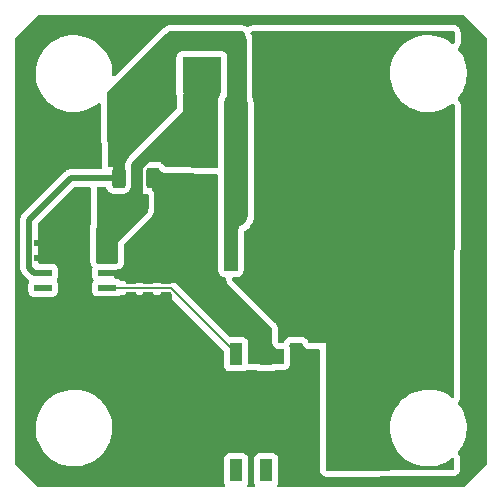
<source format=gtl>
G04 #@! TF.GenerationSoftware,KiCad,Pcbnew,7.0.8-7.0.8~ubuntu22.04.1*
G04 #@! TF.CreationDate,2023-11-02T22:02:32-07:00*
G04 #@! TF.ProjectId,Thorlabs 30 mm Cage Plate LED MCPCB,54686f72-6c61-4627-9320-3330206d6d20,rev?*
G04 #@! TF.SameCoordinates,Original*
G04 #@! TF.FileFunction,Copper,L1,Top*
G04 #@! TF.FilePolarity,Positive*
%FSLAX46Y46*%
G04 Gerber Fmt 4.6, Leading zero omitted, Abs format (unit mm)*
G04 Created by KiCad (PCBNEW 7.0.8-7.0.8~ubuntu22.04.1) date 2023-11-02 22:02:32*
%MOMM*%
%LPD*%
G01*
G04 APERTURE LIST*
G04 Aperture macros list*
%AMRoundRect*
0 Rectangle with rounded corners*
0 $1 Rounding radius*
0 $2 $3 $4 $5 $6 $7 $8 $9 X,Y pos of 4 corners*
0 Add a 4 corners polygon primitive as box body*
4,1,4,$2,$3,$4,$5,$6,$7,$8,$9,$2,$3,0*
0 Add four circle primitives for the rounded corners*
1,1,$1+$1,$2,$3*
1,1,$1+$1,$4,$5*
1,1,$1+$1,$6,$7*
1,1,$1+$1,$8,$9*
0 Add four rect primitives between the rounded corners*
20,1,$1+$1,$2,$3,$4,$5,0*
20,1,$1+$1,$4,$5,$6,$7,0*
20,1,$1+$1,$6,$7,$8,$9,0*
20,1,$1+$1,$8,$9,$2,$3,0*%
G04 Aperture macros list end*
G04 #@! TA.AperFunction,SMDPad,CuDef*
%ADD10RoundRect,0.250000X-0.312500X-0.625000X0.312500X-0.625000X0.312500X0.625000X-0.312500X0.625000X0*%
G04 #@! TD*
G04 #@! TA.AperFunction,SMDPad,CuDef*
%ADD11R,1.020000X1.905000*%
G04 #@! TD*
G04 #@! TA.AperFunction,SMDPad,CuDef*
%ADD12RoundRect,0.225000X0.250000X-0.225000X0.250000X0.225000X-0.250000X0.225000X-0.250000X-0.225000X0*%
G04 #@! TD*
G04 #@! TA.AperFunction,SMDPad,CuDef*
%ADD13R,0.482600X3.251200*%
G04 #@! TD*
G04 #@! TA.AperFunction,SMDPad,CuDef*
%ADD14R,1.295400X3.251200*%
G04 #@! TD*
G04 #@! TA.AperFunction,SMDPad,CuDef*
%ADD15R,1.498600X0.558800*%
G04 #@! TD*
G04 #@! TA.AperFunction,SMDPad,CuDef*
%ADD16R,2.413000X3.073400*%
G04 #@! TD*
G04 #@! TA.AperFunction,SMDPad,CuDef*
%ADD17R,3.302000X3.098800*%
G04 #@! TD*
G04 #@! TA.AperFunction,SMDPad,CuDef*
%ADD18RoundRect,0.250000X0.800000X-0.450000X0.800000X0.450000X-0.800000X0.450000X-0.800000X-0.450000X0*%
G04 #@! TD*
G04 #@! TA.AperFunction,Conductor*
%ADD19C,1.000000*%
G04 #@! TD*
G04 #@! TA.AperFunction,Conductor*
%ADD20C,0.500000*%
G04 #@! TD*
G04 #@! TA.AperFunction,Conductor*
%ADD21C,2.000000*%
G04 #@! TD*
G04 #@! TA.AperFunction,Conductor*
%ADD22C,1.500000*%
G04 #@! TD*
G04 #@! TA.AperFunction,Conductor*
%ADD23C,0.200000*%
G04 #@! TD*
G04 APERTURE END LIST*
D10*
X108777500Y-73824950D03*
X111702500Y-73824950D03*
D11*
X123820000Y-98562500D03*
X123820000Y-88737500D03*
X121280000Y-98562500D03*
X121280000Y-88737500D03*
X118740000Y-98562500D03*
X118740000Y-88737500D03*
X116200000Y-98562500D03*
X116200000Y-88737500D03*
D12*
X111300000Y-83910000D03*
X111300000Y-82360000D03*
X112770000Y-83920000D03*
X112770000Y-82370000D03*
D13*
X121384300Y-80000000D03*
D14*
X120000000Y-80000000D03*
D13*
X118615700Y-80000000D03*
D15*
X102394900Y-79320050D03*
X102394900Y-80590050D03*
X102394900Y-81860050D03*
X102394900Y-83130050D03*
X107805100Y-83130050D03*
X107805100Y-81860050D03*
X107805100Y-80590050D03*
X107805100Y-79320050D03*
D16*
X105100000Y-81225050D03*
D12*
X109830000Y-83910050D03*
X109830000Y-82360050D03*
D17*
X124028999Y-65150000D03*
X115831001Y-65150000D03*
D18*
X110335100Y-80300050D03*
X110335100Y-75900050D03*
D19*
X123820000Y-93700000D02*
X112280000Y-93700000D01*
X123820000Y-93700000D02*
X123820000Y-98562500D01*
X112280000Y-93700000D02*
X105100000Y-86520000D01*
D20*
X105100000Y-79634950D02*
X104785100Y-79320050D01*
X105100000Y-81225050D02*
X105100000Y-82761750D01*
X104465000Y-80590050D02*
X105100000Y-81225050D01*
X104785100Y-79320050D02*
X102394900Y-79320050D01*
D19*
X116200000Y-98562500D02*
X116200000Y-88737500D01*
X105100000Y-86520000D02*
X105100000Y-81225050D01*
D20*
X105100000Y-81225050D02*
X105100000Y-79634950D01*
X106423300Y-84085050D02*
X109830000Y-84085050D01*
X102394900Y-80590050D02*
X104465000Y-80590050D01*
D19*
X123820000Y-88737500D02*
X123820000Y-93700000D01*
D20*
X105100000Y-82761750D02*
X106423300Y-84085050D01*
D19*
X109830000Y-82185050D02*
X116715050Y-82185050D01*
X121280000Y-86750000D02*
X121280000Y-88737500D01*
X112265000Y-78370150D02*
X110335100Y-80300050D01*
D20*
X107805100Y-81860050D02*
X109505000Y-81860050D01*
X109505000Y-81860050D02*
X109830000Y-82185050D01*
X110335100Y-80300050D02*
X110335100Y-81679950D01*
D19*
X116715050Y-82185050D02*
X121280000Y-86750000D01*
X111702500Y-73824950D02*
X112265000Y-74387450D01*
D20*
X110335100Y-81679950D02*
X109830000Y-82185050D01*
D19*
X112265000Y-74387450D02*
X112265000Y-78370150D01*
X110335100Y-76790050D02*
X107805100Y-79320050D01*
X115831001Y-65150000D02*
X115831001Y-67288999D01*
X110335100Y-72784900D02*
X110335100Y-75900050D01*
X110335100Y-75900050D02*
X110335100Y-76790050D01*
X115831001Y-67288999D02*
X110335100Y-72784900D01*
X107805100Y-79320050D02*
X107805100Y-80590050D01*
D21*
X118710000Y-67550000D02*
X118700000Y-67540000D01*
D22*
X112770000Y-63050000D02*
X112770000Y-62990000D01*
X115560000Y-62200000D02*
X118860000Y-62200000D01*
X113360000Y-62400000D02*
X113560000Y-62200000D01*
D20*
X104770000Y-73824950D02*
X108777500Y-73824950D01*
D21*
X118710000Y-76970000D02*
X118730000Y-76990000D01*
D22*
X118860000Y-62200000D02*
X118860000Y-71500000D01*
D20*
X101195600Y-81410050D02*
X101195600Y-77399350D01*
X118615700Y-80000000D02*
X118615700Y-77765700D01*
D19*
X108777500Y-73824950D02*
X108777500Y-70492500D01*
D20*
X118615700Y-77765700D02*
X118610000Y-77760000D01*
D21*
X108777500Y-67042500D02*
X112770000Y-63050000D01*
X118710000Y-76970000D02*
X118710000Y-67550000D01*
D20*
X102394900Y-81860050D02*
X101645600Y-81860050D01*
X101645600Y-81860050D02*
X101195600Y-81410050D01*
D22*
X112770000Y-62990000D02*
X113360000Y-62400000D01*
D20*
X101195600Y-77399350D02*
X104770000Y-73824950D01*
D21*
X108777500Y-70492500D02*
X108777500Y-67042500D01*
D22*
X113560000Y-62200000D02*
X115560000Y-62200000D01*
D23*
X118257462Y-88190000D02*
X113197512Y-83130050D01*
X118660000Y-88657500D02*
X118660000Y-88190000D01*
X113197512Y-83130050D02*
X107805100Y-83130050D01*
X118740000Y-88737500D02*
X118660000Y-88657500D01*
X118660000Y-88190000D02*
X118257462Y-88190000D01*
D21*
X121384300Y-65284300D02*
X121384300Y-80000000D01*
D19*
X120000000Y-80000000D02*
X121080000Y-78920000D01*
D21*
X121250000Y-65150000D02*
X121384300Y-65284300D01*
X124028999Y-65150000D02*
X121250000Y-65150000D01*
D20*
X121384300Y-80000000D02*
X121384300Y-77575700D01*
X121384300Y-77575700D02*
X121400000Y-77560000D01*
G04 #@! TA.AperFunction,Conductor*
G36*
X138015469Y-60020185D02*
G01*
X138036111Y-60036819D01*
X139963181Y-61963888D01*
X139996666Y-62025211D01*
X139999500Y-62051569D01*
X139999500Y-97948430D01*
X139979815Y-98015469D01*
X139963181Y-98036111D01*
X138036111Y-99963181D01*
X137974788Y-99996666D01*
X137948430Y-99999500D01*
X122300231Y-99999500D01*
X122233192Y-99979815D01*
X122187437Y-99927011D01*
X122177493Y-99857853D01*
X122200964Y-99801189D01*
X122204434Y-99796552D01*
X122233796Y-99757331D01*
X122284091Y-99622483D01*
X122290500Y-99562873D01*
X122290499Y-97562128D01*
X122284091Y-97502517D01*
X122263278Y-97446715D01*
X122233797Y-97367671D01*
X122233793Y-97367664D01*
X122147547Y-97252455D01*
X122147544Y-97252452D01*
X122032335Y-97166206D01*
X122032328Y-97166202D01*
X121897482Y-97115908D01*
X121897483Y-97115908D01*
X121837883Y-97109501D01*
X121837881Y-97109500D01*
X121837873Y-97109500D01*
X121837864Y-97109500D01*
X120722129Y-97109500D01*
X120722123Y-97109501D01*
X120662516Y-97115908D01*
X120527671Y-97166202D01*
X120527664Y-97166206D01*
X120412455Y-97252452D01*
X120412452Y-97252455D01*
X120326206Y-97367664D01*
X120326202Y-97367671D01*
X120275908Y-97502517D01*
X120269501Y-97562116D01*
X120269501Y-97562123D01*
X120269500Y-97562135D01*
X120269500Y-99562870D01*
X120269501Y-99562876D01*
X120275908Y-99622483D01*
X120326202Y-99757328D01*
X120326204Y-99757331D01*
X120359036Y-99801189D01*
X120383453Y-99866653D01*
X120368601Y-99934926D01*
X120319196Y-99984332D01*
X120259769Y-99999500D01*
X119760231Y-99999500D01*
X119693192Y-99979815D01*
X119647437Y-99927011D01*
X119637493Y-99857853D01*
X119660964Y-99801189D01*
X119664434Y-99796552D01*
X119693796Y-99757331D01*
X119744091Y-99622483D01*
X119750500Y-99562873D01*
X119750499Y-97562128D01*
X119744091Y-97502517D01*
X119723278Y-97446715D01*
X119693797Y-97367671D01*
X119693793Y-97367664D01*
X119607547Y-97252455D01*
X119607544Y-97252452D01*
X119492335Y-97166206D01*
X119492328Y-97166202D01*
X119357482Y-97115908D01*
X119357483Y-97115908D01*
X119297883Y-97109501D01*
X119297881Y-97109500D01*
X119297873Y-97109500D01*
X119297864Y-97109500D01*
X118182129Y-97109500D01*
X118182123Y-97109501D01*
X118122516Y-97115908D01*
X117987671Y-97166202D01*
X117987664Y-97166206D01*
X117872455Y-97252452D01*
X117872452Y-97252455D01*
X117786206Y-97367664D01*
X117786202Y-97367671D01*
X117735908Y-97502517D01*
X117729501Y-97562116D01*
X117729501Y-97562123D01*
X117729500Y-97562135D01*
X117729500Y-99562870D01*
X117729501Y-99562876D01*
X117735908Y-99622483D01*
X117786202Y-99757328D01*
X117786204Y-99757331D01*
X117819036Y-99801189D01*
X117843453Y-99866653D01*
X117828601Y-99934926D01*
X117779196Y-99984332D01*
X117719769Y-99999500D01*
X102051569Y-99999500D01*
X101984530Y-99979815D01*
X101963888Y-99963181D01*
X100036819Y-98036111D01*
X100003334Y-97974788D01*
X100000500Y-97948430D01*
X100000500Y-94910291D01*
X101745792Y-94910291D01*
X101755675Y-95268822D01*
X101755675Y-95268827D01*
X101755676Y-95268832D01*
X101804941Y-95624103D01*
X101804942Y-95624107D01*
X101892989Y-95971799D01*
X101892989Y-95971801D01*
X102018751Y-96307695D01*
X102018752Y-96307698D01*
X102169841Y-96606256D01*
X102180704Y-96627721D01*
X102376878Y-96927988D01*
X102531642Y-97115908D01*
X102604894Y-97204853D01*
X102604899Y-97204858D01*
X102861985Y-97454955D01*
X102861990Y-97454959D01*
X103145011Y-97675243D01*
X103145014Y-97675245D01*
X103145022Y-97675251D01*
X103450580Y-97863077D01*
X103774946Y-98016149D01*
X103774948Y-98016149D01*
X103774953Y-98016152D01*
X103774952Y-98016152D01*
X104114168Y-98132604D01*
X104114183Y-98132609D01*
X104464172Y-98211043D01*
X104820665Y-98250500D01*
X105089598Y-98250500D01*
X105127731Y-98248396D01*
X105358125Y-98235685D01*
X105711904Y-98176650D01*
X106057041Y-98079054D01*
X106389346Y-97944083D01*
X106704787Y-97773375D01*
X106999534Y-97569002D01*
X107270010Y-97333445D01*
X107512931Y-97069562D01*
X107725348Y-96780559D01*
X107904683Y-96469941D01*
X108048759Y-96141481D01*
X108155827Y-95799164D01*
X108224588Y-95447147D01*
X108254207Y-95089702D01*
X108244324Y-94731168D01*
X108195059Y-94375897D01*
X108107011Y-94028202D01*
X108043480Y-93858519D01*
X107981248Y-93692304D01*
X107981247Y-93692301D01*
X107899142Y-93530058D01*
X107819296Y-93372279D01*
X107623122Y-93072012D01*
X107395107Y-92795148D01*
X107262920Y-92666555D01*
X107138014Y-92545044D01*
X107138009Y-92545040D01*
X106854988Y-92324756D01*
X106854985Y-92324754D01*
X106854982Y-92324752D01*
X106854978Y-92324749D01*
X106549420Y-92136923D01*
X106549419Y-92136922D01*
X106549415Y-92136920D01*
X106225046Y-91983847D01*
X106225047Y-91983847D01*
X105885831Y-91867395D01*
X105885820Y-91867392D01*
X105885817Y-91867391D01*
X105535828Y-91788957D01*
X105535824Y-91788956D01*
X105179335Y-91749500D01*
X104910405Y-91749500D01*
X104910402Y-91749500D01*
X104641874Y-91764315D01*
X104288094Y-91823350D01*
X104288090Y-91823351D01*
X103942960Y-91920945D01*
X103942957Y-91920946D01*
X103610661Y-92055913D01*
X103610648Y-92055919D01*
X103295220Y-92226620D01*
X103295219Y-92226621D01*
X103000460Y-92431002D01*
X102729996Y-92666548D01*
X102729992Y-92666551D01*
X102487067Y-92930440D01*
X102274652Y-93219441D01*
X102274651Y-93219442D01*
X102095317Y-93530058D01*
X101951240Y-93858520D01*
X101951239Y-93858521D01*
X101844173Y-94200832D01*
X101775412Y-94552849D01*
X101775410Y-94552863D01*
X101745793Y-94910287D01*
X101745792Y-94910291D01*
X100000500Y-94910291D01*
X100000500Y-85987492D01*
X100002346Y-83516933D01*
X100003937Y-81388075D01*
X100440310Y-81388075D01*
X100444864Y-81440114D01*
X100445100Y-81445520D01*
X100445100Y-81453759D01*
X100448906Y-81486324D01*
X100455600Y-81562841D01*
X100457061Y-81569917D01*
X100457003Y-81569928D01*
X100458634Y-81577287D01*
X100458692Y-81577274D01*
X100460357Y-81584300D01*
X100486625Y-81656474D01*
X100510785Y-81729381D01*
X100513836Y-81735924D01*
X100513782Y-81735948D01*
X100517070Y-81742738D01*
X100517121Y-81742713D01*
X100520361Y-81749163D01*
X100520362Y-81749164D01*
X100520363Y-81749167D01*
X100562565Y-81813333D01*
X100602887Y-81878705D01*
X100607366Y-81884369D01*
X100607319Y-81884406D01*
X100612082Y-81890252D01*
X100612128Y-81890214D01*
X100616773Y-81895750D01*
X100672620Y-81948438D01*
X101069867Y-82345684D01*
X101081649Y-82359317D01*
X101095989Y-82378579D01*
X101136006Y-82412158D01*
X101139992Y-82415810D01*
X101145820Y-82421637D01*
X101145827Y-82421644D01*
X101163510Y-82435625D01*
X101171544Y-82441977D01*
X101176777Y-82446368D01*
X101215485Y-82504533D01*
X101216601Y-82574394D01*
X101205915Y-82600789D01*
X101201803Y-82608318D01*
X101151510Y-82743163D01*
X101151509Y-82743167D01*
X101145100Y-82802777D01*
X101145100Y-82802784D01*
X101145100Y-82802785D01*
X101145100Y-83457320D01*
X101145101Y-83457326D01*
X101151508Y-83516933D01*
X101201802Y-83651778D01*
X101201806Y-83651785D01*
X101288052Y-83766994D01*
X101288055Y-83766997D01*
X101403264Y-83853243D01*
X101403271Y-83853247D01*
X101538117Y-83903541D01*
X101538116Y-83903541D01*
X101545044Y-83904285D01*
X101597727Y-83909950D01*
X103192072Y-83909949D01*
X103251683Y-83903541D01*
X103386531Y-83853246D01*
X103501746Y-83766996D01*
X103587996Y-83651781D01*
X103638291Y-83516933D01*
X103644700Y-83457323D01*
X103644699Y-82802778D01*
X103638291Y-82743167D01*
X103587996Y-82608319D01*
X103558829Y-82569357D01*
X103534413Y-82503898D01*
X103549264Y-82435625D01*
X103558821Y-82420752D01*
X103587996Y-82381781D01*
X103638291Y-82246933D01*
X103644700Y-82187323D01*
X103644699Y-81532778D01*
X103638291Y-81473167D01*
X103638289Y-81473162D01*
X103587997Y-81338321D01*
X103587993Y-81338314D01*
X103501747Y-81223105D01*
X103501744Y-81223102D01*
X103386535Y-81136856D01*
X103386528Y-81136852D01*
X103251682Y-81086558D01*
X103251683Y-81086558D01*
X103192083Y-81080151D01*
X103192081Y-81080150D01*
X103192073Y-81080150D01*
X103192065Y-81080150D01*
X102070100Y-81080150D01*
X102003061Y-81060465D01*
X101957306Y-81007661D01*
X101946100Y-80956150D01*
X101946100Y-77761580D01*
X101965785Y-77694541D01*
X101982419Y-77673899D01*
X105044549Y-74611769D01*
X105105872Y-74578284D01*
X105132230Y-74575450D01*
X106279371Y-74575450D01*
X106346410Y-74595135D01*
X106392165Y-74647939D01*
X106403371Y-74699623D01*
X106394671Y-80945814D01*
X106405856Y-81052263D01*
X106405858Y-81052274D01*
X106416781Y-81103329D01*
X106450127Y-81205028D01*
X106450128Y-81205031D01*
X106450129Y-81205032D01*
X106527249Y-81326497D01*
X106541800Y-81343478D01*
X106570474Y-81407192D01*
X106563826Y-81467489D01*
X106561710Y-81473162D01*
X106561709Y-81473165D01*
X106561709Y-81473167D01*
X106555300Y-81532777D01*
X106555300Y-81532784D01*
X106555300Y-81532785D01*
X106555300Y-82187320D01*
X106555301Y-82187326D01*
X106561708Y-82246933D01*
X106612002Y-82381778D01*
X106612003Y-82381780D01*
X106641168Y-82420740D01*
X106665584Y-82486205D01*
X106650732Y-82554478D01*
X106641168Y-82569360D01*
X106612003Y-82608319D01*
X106612002Y-82608321D01*
X106561710Y-82743163D01*
X106561709Y-82743167D01*
X106555300Y-82802777D01*
X106555300Y-82802784D01*
X106555300Y-82802785D01*
X106555300Y-83457320D01*
X106555301Y-83457326D01*
X106561708Y-83516933D01*
X106612002Y-83651778D01*
X106612006Y-83651785D01*
X106698252Y-83766994D01*
X106698255Y-83766997D01*
X106813464Y-83853243D01*
X106813471Y-83853247D01*
X106948317Y-83903541D01*
X106948316Y-83903541D01*
X106955244Y-83904285D01*
X107007927Y-83909950D01*
X108602272Y-83909949D01*
X108661883Y-83903541D01*
X108796731Y-83853246D01*
X108911946Y-83766996D01*
X108911947Y-83766994D01*
X108911949Y-83766993D01*
X108912074Y-83766869D01*
X108912228Y-83766784D01*
X108919046Y-83761681D01*
X108919779Y-83762661D01*
X108973397Y-83733384D01*
X108999755Y-83730550D01*
X112897415Y-83730550D01*
X112964454Y-83750235D01*
X112985096Y-83766869D01*
X117693181Y-88474954D01*
X117726666Y-88536277D01*
X117729500Y-88562635D01*
X117729500Y-89737870D01*
X117729501Y-89737876D01*
X117735908Y-89797483D01*
X117786202Y-89932328D01*
X117786206Y-89932335D01*
X117872452Y-90047544D01*
X117872455Y-90047547D01*
X117987664Y-90133793D01*
X117987671Y-90133797D01*
X118122517Y-90184091D01*
X118122516Y-90184091D01*
X118129444Y-90184835D01*
X118182127Y-90190500D01*
X119297872Y-90190499D01*
X119357483Y-90184091D01*
X119492331Y-90133796D01*
X119578599Y-90069215D01*
X119644063Y-90044798D01*
X119688445Y-90049683D01*
X119729000Y-90061815D01*
X119871309Y-90083013D01*
X120422920Y-90085807D01*
X120489857Y-90105830D01*
X120496598Y-90110536D01*
X120527666Y-90133794D01*
X120527668Y-90133795D01*
X120527671Y-90133797D01*
X120662517Y-90184091D01*
X120662516Y-90184091D01*
X120669444Y-90184835D01*
X120722127Y-90190500D01*
X121837872Y-90190499D01*
X121897483Y-90184091D01*
X122032331Y-90133796D01*
X122051861Y-90119174D01*
X122117319Y-90094756D01*
X122126777Y-90094441D01*
X122682310Y-90097258D01*
X122791073Y-90085982D01*
X122843212Y-90074778D01*
X122947004Y-90040379D01*
X123068043Y-89962591D01*
X123120847Y-89916836D01*
X123215067Y-89808102D01*
X123274838Y-89677225D01*
X123294523Y-89610186D01*
X123294524Y-89610182D01*
X123315000Y-89467766D01*
X123315000Y-88439500D01*
X123303447Y-88332044D01*
X123292241Y-88280533D01*
X123270618Y-88215566D01*
X123258114Y-88177997D01*
X123258113Y-88177995D01*
X123229211Y-88133024D01*
X123209525Y-88065985D01*
X123226884Y-88002709D01*
X123253854Y-87957253D01*
X123253858Y-87957247D01*
X123280594Y-87892699D01*
X123282985Y-87883332D01*
X123318639Y-87823244D01*
X123381119Y-87791970D01*
X123403133Y-87790000D01*
X124233037Y-87790000D01*
X124300076Y-87809685D01*
X124345831Y-87862489D01*
X124349601Y-87871705D01*
X124377103Y-87947499D01*
X124377107Y-87947508D01*
X124454884Y-88068531D01*
X124454897Y-88068548D01*
X124500641Y-88121340D01*
X124500644Y-88121343D01*
X124500648Y-88121347D01*
X124609382Y-88215567D01*
X124740259Y-88275338D01*
X124785075Y-88288497D01*
X124807293Y-88295022D01*
X124807298Y-88295023D01*
X124807302Y-88295024D01*
X124949718Y-88315500D01*
X125690500Y-88315500D01*
X125757539Y-88335185D01*
X125803294Y-88387989D01*
X125814500Y-88439500D01*
X125814500Y-98495314D01*
X125826349Y-98604122D01*
X125837840Y-98656255D01*
X125872837Y-98759971D01*
X125872839Y-98759976D01*
X125951282Y-98880569D01*
X125951289Y-98880579D01*
X125951294Y-98880584D01*
X125951295Y-98880586D01*
X125997327Y-98933123D01*
X125997330Y-98933125D01*
X125997334Y-98933130D01*
X126106589Y-99026751D01*
X126106590Y-99026751D01*
X126106592Y-99026753D01*
X126106591Y-99026753D01*
X126237778Y-99085792D01*
X126237794Y-99085799D01*
X126304941Y-99105114D01*
X126304942Y-99105114D01*
X126305039Y-99105127D01*
X126308999Y-99105686D01*
X126309166Y-99105697D01*
X126447468Y-99124805D01*
X126447471Y-99124804D01*
X126447472Y-99124805D01*
X126447473Y-99124805D01*
X135315856Y-99075943D01*
X137089534Y-99066171D01*
X137195427Y-99054358D01*
X137246195Y-99043182D01*
X137347267Y-99009433D01*
X137468348Y-98931709D01*
X137521176Y-98885982D01*
X137615449Y-98777302D01*
X137675291Y-98646457D01*
X137687747Y-98604122D01*
X137695011Y-98579435D01*
X137695012Y-98579427D01*
X137695013Y-98579424D01*
X137715566Y-98437019D01*
X137715984Y-97657657D01*
X137715982Y-97656063D01*
X137695133Y-97513702D01*
X137675273Y-97446714D01*
X137615166Y-97316000D01*
X137526698Y-97214436D01*
X137497509Y-97150958D01*
X137507273Y-97081774D01*
X137520286Y-97059555D01*
X137725348Y-96780559D01*
X137904683Y-96469941D01*
X138048759Y-96141481D01*
X138155827Y-95799164D01*
X138224588Y-95447147D01*
X138254207Y-95089702D01*
X138244324Y-94731168D01*
X138195059Y-94375897D01*
X138107011Y-94028202D01*
X138043480Y-93858519D01*
X137981248Y-93692304D01*
X137981247Y-93692301D01*
X137899142Y-93530058D01*
X137819296Y-93372279D01*
X137623122Y-93072012D01*
X137623118Y-93072007D01*
X137623116Y-93072004D01*
X137526496Y-92954684D01*
X137499073Y-92890421D01*
X137510746Y-92821534D01*
X137528545Y-92794602D01*
X137618722Y-92690646D01*
X137678563Y-92559800D01*
X137698284Y-92492771D01*
X137698285Y-92492769D01*
X137718838Y-92350364D01*
X137732121Y-67643615D01*
X137732119Y-67642064D01*
X137711283Y-67499700D01*
X137711282Y-67499699D01*
X137711281Y-67499691D01*
X137691430Y-67432713D01*
X137631333Y-67301992D01*
X137631331Y-67301990D01*
X137539681Y-67196757D01*
X137510497Y-67133275D01*
X137520266Y-67064092D01*
X137533271Y-67041887D01*
X137725348Y-66780559D01*
X137904683Y-66469941D01*
X138048759Y-66141481D01*
X138155827Y-65799164D01*
X138224588Y-65447147D01*
X138254207Y-65089702D01*
X138244324Y-64731168D01*
X138195059Y-64375897D01*
X138107011Y-64028202D01*
X138043480Y-63858519D01*
X137981248Y-63692304D01*
X137981247Y-63692301D01*
X137899142Y-63530058D01*
X137819296Y-63372279D01*
X137623122Y-63072012D01*
X137539647Y-62970654D01*
X137512226Y-62906394D01*
X137523898Y-62837506D01*
X137541698Y-62810574D01*
X137555085Y-62795141D01*
X137634844Y-62703195D01*
X137694685Y-62572349D01*
X137714406Y-62505320D01*
X137714407Y-62505318D01*
X137734960Y-62362913D01*
X137735433Y-61484763D01*
X137723726Y-61376332D01*
X137712344Y-61324368D01*
X137677649Y-61220964D01*
X137599448Y-61100191D01*
X137599444Y-61100186D01*
X137565305Y-61061058D01*
X137560401Y-61053471D01*
X137553513Y-61047543D01*
X137444454Y-60953694D01*
X137313372Y-60894372D01*
X137313369Y-60894371D01*
X137246268Y-60874917D01*
X137246261Y-60874916D01*
X137103788Y-60854928D01*
X137103783Y-60854928D01*
X128585316Y-60884034D01*
X120066845Y-60913141D01*
X120066846Y-60913141D01*
X119990686Y-60919175D01*
X119962719Y-60923536D01*
X119953769Y-60924932D01*
X119953770Y-60924932D01*
X119953764Y-60924933D01*
X119926502Y-60931326D01*
X119879378Y-60942377D01*
X119749237Y-61005048D01*
X119680295Y-61016399D01*
X119643925Y-61006121D01*
X119583210Y-60978393D01*
X119531251Y-60954663D01*
X119527954Y-60953695D01*
X119517656Y-60950671D01*
X119464214Y-60934978D01*
X119464208Y-60934976D01*
X119378755Y-60922690D01*
X119321789Y-60914500D01*
X113017796Y-60914500D01*
X113017787Y-60914500D01*
X112991134Y-60915909D01*
X112991133Y-60915909D01*
X112991124Y-60915909D01*
X112991123Y-60915910D01*
X112982397Y-60916835D01*
X112951833Y-60920077D01*
X112951834Y-60920077D01*
X112899138Y-60928497D01*
X112899131Y-60928499D01*
X112764183Y-60978386D01*
X112764167Y-60978393D01*
X112702755Y-61011696D01*
X112587320Y-61097586D01*
X108464492Y-65196536D01*
X108403072Y-65229842D01*
X108333395Y-65224655D01*
X108277583Y-65182622D01*
X108253357Y-65117087D01*
X108253490Y-65098357D01*
X108254207Y-65089702D01*
X108249262Y-64910298D01*
X108244324Y-64731168D01*
X108195059Y-64375897D01*
X108107011Y-64028202D01*
X108043480Y-63858519D01*
X107981248Y-63692304D01*
X107981247Y-63692301D01*
X107899142Y-63530058D01*
X107819296Y-63372279D01*
X107623122Y-63072012D01*
X107395107Y-62795148D01*
X107300584Y-62703195D01*
X107138014Y-62545044D01*
X107138009Y-62545040D01*
X106854988Y-62324756D01*
X106854985Y-62324754D01*
X106854982Y-62324752D01*
X106854978Y-62324749D01*
X106549420Y-62136923D01*
X106549419Y-62136922D01*
X106549415Y-62136920D01*
X106225046Y-61983847D01*
X106225047Y-61983847D01*
X105885831Y-61867395D01*
X105885820Y-61867392D01*
X105885817Y-61867391D01*
X105535828Y-61788957D01*
X105535824Y-61788956D01*
X105179335Y-61749500D01*
X104910405Y-61749500D01*
X104910402Y-61749500D01*
X104641874Y-61764315D01*
X104288094Y-61823350D01*
X104288090Y-61823351D01*
X103942960Y-61920945D01*
X103942957Y-61920946D01*
X103610661Y-62055913D01*
X103610648Y-62055919D01*
X103295220Y-62226620D01*
X103295219Y-62226621D01*
X103000460Y-62431002D01*
X102729996Y-62666548D01*
X102729992Y-62666551D01*
X102487067Y-62930440D01*
X102274652Y-63219441D01*
X102274651Y-63219442D01*
X102095317Y-63530058D01*
X101951240Y-63858520D01*
X101951239Y-63858521D01*
X101844173Y-64200832D01*
X101775412Y-64552849D01*
X101775410Y-64552863D01*
X101745793Y-64910287D01*
X101745792Y-64910291D01*
X101755675Y-65268822D01*
X101755675Y-65268827D01*
X101755676Y-65268832D01*
X101804941Y-65624103D01*
X101804942Y-65624107D01*
X101892989Y-65971799D01*
X101892989Y-65971801D01*
X102018751Y-66307695D01*
X102018752Y-66307698D01*
X102169841Y-66606256D01*
X102180704Y-66627721D01*
X102376878Y-66927988D01*
X102598227Y-67196758D01*
X102604894Y-67204853D01*
X102604899Y-67204858D01*
X102861985Y-67454955D01*
X102861990Y-67454959D01*
X103145011Y-67675243D01*
X103145014Y-67675245D01*
X103145022Y-67675251D01*
X103450580Y-67863077D01*
X103774946Y-68016149D01*
X103774948Y-68016149D01*
X103774953Y-68016152D01*
X103774952Y-68016152D01*
X104114168Y-68132604D01*
X104114183Y-68132609D01*
X104464172Y-68211043D01*
X104820665Y-68250500D01*
X105089598Y-68250500D01*
X105127731Y-68248396D01*
X105358125Y-68235685D01*
X105711904Y-68176650D01*
X106057041Y-68079054D01*
X106389346Y-67944083D01*
X106704787Y-67773375D01*
X106999534Y-67569002D01*
X107071564Y-67506270D01*
X107135045Y-67477088D01*
X107204228Y-67486858D01*
X107257147Y-67532480D01*
X107277000Y-67599470D01*
X107277000Y-70554565D01*
X107292391Y-70740317D01*
X107339243Y-70925333D01*
X107343029Y-70954400D01*
X107363051Y-72762129D01*
X107363052Y-72762132D01*
X107380278Y-72887485D01*
X107380279Y-72887492D01*
X107388550Y-72918324D01*
X107386906Y-72988175D01*
X107347759Y-73046048D01*
X107283538Y-73073569D01*
X107268784Y-73074450D01*
X104833705Y-73074450D01*
X104815735Y-73073141D01*
X104791972Y-73069660D01*
X104747306Y-73073569D01*
X104739931Y-73074214D01*
X104734530Y-73074450D01*
X104726289Y-73074450D01*
X104704579Y-73076987D01*
X104693724Y-73078256D01*
X104678419Y-73079595D01*
X104617199Y-73084951D01*
X104610132Y-73086410D01*
X104610120Y-73086354D01*
X104602763Y-73087985D01*
X104602777Y-73088042D01*
X104595743Y-73089709D01*
X104523575Y-73115975D01*
X104450675Y-73140131D01*
X104444126Y-73143186D01*
X104444101Y-73143133D01*
X104437308Y-73146421D01*
X104437334Y-73146473D01*
X104430880Y-73149714D01*
X104366708Y-73191921D01*
X104301347Y-73232235D01*
X104295683Y-73236715D01*
X104295647Y-73236669D01*
X104289798Y-73241434D01*
X104289835Y-73241478D01*
X104284310Y-73246114D01*
X104231597Y-73301985D01*
X100709958Y-76823622D01*
X100696329Y-76835401D01*
X100677068Y-76849740D01*
X100643498Y-76889747D01*
X100639853Y-76893726D01*
X100634009Y-76899572D01*
X100613659Y-76925309D01*
X100564295Y-76984139D01*
X100560329Y-76990169D01*
X100560282Y-76990138D01*
X100556230Y-76996497D01*
X100556279Y-76996527D01*
X100552489Y-77002671D01*
X100520024Y-77072291D01*
X100485560Y-77140916D01*
X100483088Y-77147707D01*
X100483032Y-77147686D01*
X100480560Y-77154800D01*
X100480615Y-77154819D01*
X100478342Y-77161677D01*
X100470575Y-77199296D01*
X100462807Y-77236915D01*
X100449601Y-77292634D01*
X100445098Y-77311636D01*
X100444261Y-77318804D01*
X100444201Y-77318797D01*
X100443435Y-77326295D01*
X100443495Y-77326301D01*
X100442865Y-77333490D01*
X100445100Y-77410266D01*
X100445100Y-81346344D01*
X100443791Y-81364313D01*
X100440310Y-81388075D01*
X100003937Y-81388075D01*
X100018398Y-62033573D01*
X100038132Y-61966553D01*
X100054707Y-61945999D01*
X101963888Y-60036819D01*
X102025211Y-60003334D01*
X102051569Y-60000500D01*
X137948430Y-60000500D01*
X138015469Y-60020185D01*
G37*
G04 #@! TD.AperFunction*
G04 #@! TA.AperFunction,Conductor*
G36*
X118878884Y-76957183D02*
G01*
X118945447Y-76978420D01*
X118989962Y-77032274D01*
X119000000Y-77081149D01*
X119000000Y-77968574D01*
X118980315Y-78035613D01*
X118975267Y-78042885D01*
X118908504Y-78132068D01*
X118908502Y-78132071D01*
X118858208Y-78266917D01*
X118851801Y-78326516D01*
X118851800Y-78326535D01*
X118851800Y-81617499D01*
X118832115Y-81684538D01*
X118779311Y-81730293D01*
X118723957Y-81741439D01*
X117830157Y-81713725D01*
X117763760Y-81691973D01*
X117719663Y-81637776D01*
X117710000Y-81589785D01*
X117710000Y-77056916D01*
X117729685Y-76989877D01*
X117782489Y-76944122D01*
X117836879Y-76932950D01*
X118878884Y-76957183D01*
G37*
G04 #@! TD.AperFunction*
G04 #@! TA.AperFunction,Conductor*
G36*
X117335398Y-66663938D02*
G01*
X117381418Y-66716511D01*
X117391710Y-66785618D01*
X117380286Y-66823050D01*
X117297355Y-66992689D01*
X117226401Y-67231018D01*
X117195643Y-67477779D01*
X117205919Y-67726236D01*
X117206861Y-67730729D01*
X117209500Y-67756175D01*
X117209500Y-72843508D01*
X117189815Y-72910547D01*
X117137011Y-72956302D01*
X117084443Y-72967503D01*
X112799022Y-72930965D01*
X112732153Y-72910710D01*
X112694540Y-72872066D01*
X112676925Y-72843508D01*
X112607712Y-72731294D01*
X112483656Y-72607238D01*
X112349383Y-72524418D01*
X112334336Y-72515137D01*
X112334331Y-72515135D01*
X112332862Y-72514648D01*
X112167797Y-72459951D01*
X112167795Y-72459950D01*
X112065010Y-72449450D01*
X111339998Y-72449450D01*
X111339980Y-72449451D01*
X111237203Y-72459950D01*
X111237200Y-72459951D01*
X111070668Y-72515135D01*
X111070659Y-72515140D01*
X110964620Y-72580544D01*
X110897227Y-72598984D01*
X110830564Y-72578061D01*
X110785795Y-72524418D01*
X110777134Y-72455087D01*
X110807329Y-72392083D01*
X114220000Y-68610000D01*
X114210635Y-66784005D01*
X114229975Y-66716869D01*
X114282544Y-66670844D01*
X114334006Y-66659375D01*
X117268263Y-66644593D01*
X117335398Y-66663938D01*
G37*
G04 #@! TD.AperFunction*
G04 #@! TA.AperFunction,Conductor*
G36*
X112042379Y-72955268D02*
G01*
X112047803Y-72955822D01*
X112074234Y-72961476D01*
X112105491Y-72971834D01*
X112131575Y-72983998D01*
X112155661Y-72998854D01*
X112178243Y-73016709D01*
X112198239Y-73036705D01*
X112216097Y-73059290D01*
X112264296Y-73137435D01*
X112264299Y-73137438D01*
X112332298Y-73224644D01*
X112353201Y-73246120D01*
X112369914Y-73263291D01*
X112392418Y-73281838D01*
X112455245Y-73333619D01*
X112585609Y-73394503D01*
X112652478Y-73414758D01*
X112794712Y-73436447D01*
X113320497Y-73440929D01*
X117083520Y-73473014D01*
X117083512Y-73473918D01*
X117147629Y-73489556D01*
X117195784Y-73540181D01*
X117209500Y-73596868D01*
X117209500Y-76872981D01*
X117209024Y-76880656D01*
X117205643Y-76907779D01*
X117209500Y-77001035D01*
X117209500Y-77013270D01*
X117208238Y-77030915D01*
X117204500Y-77056912D01*
X117204500Y-77056916D01*
X117204500Y-81589785D01*
X117214446Y-81689565D01*
X117214446Y-81689569D01*
X117214447Y-81689570D01*
X117224106Y-81737545D01*
X117224113Y-81737570D01*
X117253556Y-81833415D01*
X117253556Y-81833416D01*
X117327558Y-81956812D01*
X117369789Y-82008715D01*
X117370382Y-82009518D01*
X117371655Y-82011009D01*
X117371656Y-82011010D01*
X117477422Y-82108555D01*
X117606386Y-82172352D01*
X117672783Y-82194104D01*
X117757476Y-82208972D01*
X117820101Y-82239952D01*
X117856036Y-82299872D01*
X117859719Y-82339943D01*
X117858990Y-82350150D01*
X117858707Y-82354101D01*
X117868971Y-82497612D01*
X117919253Y-82632421D01*
X117952738Y-82693744D01*
X118038962Y-82808925D01*
X118038966Y-82808929D01*
X118038971Y-82808935D01*
X119828080Y-84598044D01*
X121588020Y-86357984D01*
X121599690Y-86368938D01*
X121617598Y-86384710D01*
X121617608Y-86384718D01*
X121619236Y-86386152D01*
X121625312Y-86392306D01*
X121635508Y-86404185D01*
X121651754Y-86421718D01*
X121651755Y-86421719D01*
X121662890Y-86432854D01*
X121668556Y-86439371D01*
X121669850Y-86441087D01*
X121684222Y-86460150D01*
X121684238Y-86460170D01*
X121685541Y-86461898D01*
X121690248Y-86469141D01*
X121697840Y-86482817D01*
X121710231Y-86503278D01*
X121718895Y-86516424D01*
X121723139Y-86523960D01*
X121735233Y-86549433D01*
X121738384Y-86557469D01*
X121743077Y-86572425D01*
X121751103Y-86594969D01*
X121756924Y-86609546D01*
X121759563Y-86617772D01*
X121766285Y-86645159D01*
X121767756Y-86653674D01*
X121769350Y-86669343D01*
X121772673Y-86693009D01*
X121773892Y-86699816D01*
X121775796Y-86724824D01*
X121775000Y-86756274D01*
X121775000Y-87662535D01*
X121776701Y-87691823D01*
X121776701Y-87691824D01*
X121783341Y-87748807D01*
X121783827Y-87753317D01*
X121783827Y-87753321D01*
X121787447Y-87772408D01*
X121788420Y-87777954D01*
X121788422Y-87777964D01*
X121788836Y-87779725D01*
X121798943Y-87833003D01*
X121798945Y-87833011D01*
X121809439Y-87871260D01*
X121837104Y-87947501D01*
X121837107Y-87947508D01*
X121914884Y-88068531D01*
X121914897Y-88068548D01*
X121960641Y-88121340D01*
X121960644Y-88121343D01*
X121960648Y-88121347D01*
X122069382Y-88215567D01*
X122200259Y-88275338D01*
X122245075Y-88288497D01*
X122267293Y-88295022D01*
X122267298Y-88295023D01*
X122267302Y-88295024D01*
X122409718Y-88315500D01*
X122409721Y-88315500D01*
X122685500Y-88315500D01*
X122752539Y-88335185D01*
X122798294Y-88387989D01*
X122809500Y-88439500D01*
X122809500Y-89467766D01*
X122789815Y-89534805D01*
X122737011Y-89580560D01*
X122684872Y-89591764D01*
X119873871Y-89577519D01*
X119806932Y-89557495D01*
X119761445Y-89504460D01*
X119750499Y-89453524D01*
X119750499Y-87737128D01*
X119744091Y-87677517D01*
X119693796Y-87542669D01*
X119693795Y-87542668D01*
X119693793Y-87542664D01*
X119607547Y-87427455D01*
X119607544Y-87427452D01*
X119492335Y-87341206D01*
X119492328Y-87341202D01*
X119357482Y-87290908D01*
X119357483Y-87290908D01*
X119297883Y-87284501D01*
X119297881Y-87284500D01*
X119297873Y-87284500D01*
X119297865Y-87284500D01*
X118252559Y-87284500D01*
X118185520Y-87264815D01*
X118164878Y-87248181D01*
X116431360Y-85514663D01*
X113652832Y-82736135D01*
X113647492Y-82730045D01*
X113625794Y-82701768D01*
X113500353Y-82605514D01*
X113354274Y-82545006D01*
X113354272Y-82545005D01*
X113236873Y-82529550D01*
X113197512Y-82524368D01*
X113162182Y-82529019D01*
X113154084Y-82529550D01*
X108999755Y-82529550D01*
X108932716Y-82509865D01*
X108912074Y-82493231D01*
X108911949Y-82493106D01*
X108883468Y-82471785D01*
X108796731Y-82406854D01*
X108796729Y-82406853D01*
X108796728Y-82406852D01*
X108661882Y-82356558D01*
X108661883Y-82356558D01*
X108602283Y-82350151D01*
X108602281Y-82350150D01*
X108602273Y-82350150D01*
X108602265Y-82350150D01*
X108501449Y-82350150D01*
X108434410Y-82330465D01*
X108388655Y-82277661D01*
X108377450Y-82226536D01*
X108375847Y-81708680D01*
X108395324Y-81641582D01*
X108447986Y-81595664D01*
X108500527Y-81584300D01*
X108578721Y-81584730D01*
X108592529Y-81584806D01*
X108592530Y-81584805D01*
X108592542Y-81584806D01*
X108701417Y-81573554D01*
X108753609Y-81562350D01*
X108857504Y-81527929D01*
X108978543Y-81450141D01*
X109031347Y-81404386D01*
X109125567Y-81295652D01*
X109185338Y-81164775D01*
X109199620Y-81116134D01*
X109205022Y-81097741D01*
X109205023Y-81097735D01*
X109205024Y-81097732D01*
X109225500Y-80955316D01*
X109225500Y-79591132D01*
X109245185Y-79524093D01*
X109259551Y-79505779D01*
X111583290Y-77056916D01*
X111605316Y-77033704D01*
X111605325Y-77033694D01*
X111605324Y-77033696D01*
X111620856Y-77015703D01*
X111620858Y-77015701D01*
X111642535Y-76988065D01*
X111642536Y-76988064D01*
X111642535Y-76988064D01*
X111642547Y-76988050D01*
X111670067Y-76949355D01*
X111729838Y-76818478D01*
X111729838Y-76818475D01*
X111731678Y-76814448D01*
X111732144Y-76814661D01*
X111739111Y-76800386D01*
X111819909Y-76669392D01*
X111819908Y-76669392D01*
X111819914Y-76669384D01*
X111875099Y-76502847D01*
X111885600Y-76400059D01*
X111885599Y-75400042D01*
X111875099Y-75297253D01*
X111819914Y-75130716D01*
X111727812Y-74981394D01*
X111672286Y-74925868D01*
X111638801Y-74864545D01*
X111635971Y-74839204D01*
X111621630Y-73079960D01*
X111640768Y-73012763D01*
X111693197Y-72966579D01*
X111745626Y-72954950D01*
X112036092Y-72954950D01*
X112042379Y-72955268D01*
G37*
G04 #@! TD.AperFunction*
G04 #@! TA.AperFunction,Conductor*
G36*
X110281218Y-73909685D02*
G01*
X110326973Y-73962489D01*
X110330231Y-73970320D01*
X111256552Y-76431427D01*
X111264500Y-76475107D01*
X111264500Y-76609019D01*
X111244815Y-76676058D01*
X111230449Y-76694372D01*
X108720000Y-79339999D01*
X108720000Y-80955316D01*
X108700315Y-81022355D01*
X108647511Y-81068110D01*
X108595319Y-81079314D01*
X107023490Y-81070678D01*
X106956559Y-81050626D01*
X106911095Y-80997571D01*
X106900171Y-80946511D01*
X106908175Y-75200448D01*
X106908873Y-74699277D01*
X106928651Y-74632265D01*
X106981519Y-74586584D01*
X107032873Y-74575450D01*
X107626415Y-74575450D01*
X107693454Y-74595135D01*
X107739209Y-74647939D01*
X107744118Y-74660439D01*
X107780186Y-74769284D01*
X107872288Y-74918606D01*
X107996344Y-75042662D01*
X108145666Y-75134764D01*
X108312203Y-75189949D01*
X108414991Y-75200450D01*
X109140008Y-75200449D01*
X109140016Y-75200448D01*
X109140019Y-75200448D01*
X109215504Y-75192737D01*
X109242797Y-75189949D01*
X109409334Y-75134764D01*
X109558656Y-75042662D01*
X109682712Y-74918606D01*
X109774814Y-74769284D01*
X109829999Y-74602747D01*
X109840500Y-74499959D01*
X109840500Y-74014000D01*
X109860185Y-73946961D01*
X109912989Y-73901206D01*
X109964500Y-73890000D01*
X110214179Y-73890000D01*
X110281218Y-73909685D01*
G37*
G04 #@! TD.AperFunction*
G04 #@! TA.AperFunction,Conductor*
G36*
X119388828Y-61439685D02*
G01*
X119434583Y-61492489D01*
X119445763Y-61541472D01*
X119447152Y-61609614D01*
X119447152Y-61609618D01*
X119447153Y-61609621D01*
X119458504Y-61678561D01*
X119458505Y-61678568D01*
X119472970Y-61724358D01*
X119501844Y-61815756D01*
X119501847Y-61815762D01*
X119520931Y-61855390D01*
X119527332Y-61867946D01*
X119547424Y-61905286D01*
X119550371Y-61911586D01*
X119558307Y-61931366D01*
X119560531Y-61937960D01*
X119571795Y-61978770D01*
X119575851Y-61992298D01*
X119589003Y-62032776D01*
X119590779Y-62039506D01*
X119595054Y-62060391D01*
X119596065Y-62067273D01*
X119599857Y-62109403D01*
X119601431Y-62123434D01*
X119605759Y-62155383D01*
X119606756Y-62177590D01*
X119605312Y-62209754D01*
X119605000Y-62223851D01*
X119605000Y-66981400D01*
X119614142Y-67069562D01*
X119615756Y-67085123D01*
X119626199Y-67134935D01*
X119626202Y-67134947D01*
X119630745Y-67149128D01*
X119632448Y-67218977D01*
X119596118Y-67278658D01*
X119533289Y-67309224D01*
X119513288Y-67310951D01*
X117899688Y-67319184D01*
X117832549Y-67299842D01*
X117786525Y-67247272D01*
X117776229Y-67178165D01*
X117787653Y-67140730D01*
X117809162Y-67096732D01*
X117835272Y-67065214D01*
X117833275Y-67063217D01*
X117839539Y-67056951D01*
X117839547Y-67056946D01*
X117925797Y-66941731D01*
X117976092Y-66806883D01*
X117982501Y-66747273D01*
X117982500Y-63552728D01*
X117976092Y-63493117D01*
X117931022Y-63372279D01*
X117925798Y-63358271D01*
X117925794Y-63358264D01*
X117839548Y-63243055D01*
X117839545Y-63243052D01*
X117724336Y-63156806D01*
X117724329Y-63156802D01*
X117589483Y-63106508D01*
X117589484Y-63106508D01*
X117529884Y-63100101D01*
X117529882Y-63100100D01*
X117529874Y-63100100D01*
X117529865Y-63100100D01*
X114132130Y-63100100D01*
X114132124Y-63100101D01*
X114072517Y-63106508D01*
X113937672Y-63156802D01*
X113937665Y-63156806D01*
X113822456Y-63243052D01*
X113822453Y-63243055D01*
X113736207Y-63358264D01*
X113736203Y-63358271D01*
X113685909Y-63493117D01*
X113681938Y-63530059D01*
X113679502Y-63552723D01*
X113679501Y-63552735D01*
X113679501Y-66747270D01*
X113679502Y-66747276D01*
X113685909Y-66806882D01*
X113697812Y-66838794D01*
X113705628Y-66881491D01*
X113711066Y-67942012D01*
X113691726Y-68009152D01*
X113674749Y-68030329D01*
X109636632Y-72068446D01*
X109572046Y-72129842D01*
X109536999Y-72180194D01*
X109534162Y-72183956D01*
X109495402Y-72231492D01*
X109495399Y-72231497D01*
X109479492Y-72261947D01*
X109475424Y-72268661D01*
X109455802Y-72296854D01*
X109431609Y-72353230D01*
X109429588Y-72357484D01*
X109401191Y-72411851D01*
X109401190Y-72411852D01*
X109391740Y-72444875D01*
X109389107Y-72452271D01*
X109375559Y-72483843D01*
X109363213Y-72543919D01*
X109362090Y-72548495D01*
X109345213Y-72607477D01*
X109345213Y-72607478D01*
X109342603Y-72641742D01*
X109341512Y-72649522D01*
X109335988Y-72676404D01*
X109303210Y-72738108D01*
X109242277Y-72772297D01*
X109225012Y-72774998D01*
X108002999Y-72878712D01*
X107934535Y-72864767D01*
X107884479Y-72816022D01*
X107868521Y-72756531D01*
X107801259Y-66683687D01*
X107817863Y-66620317D01*
X107901875Y-66474805D01*
X107921833Y-66448871D01*
X112789276Y-61609619D01*
X112943726Y-61456064D01*
X113005146Y-61422758D01*
X113031152Y-61420000D01*
X119321789Y-61420000D01*
X119388828Y-61439685D01*
G37*
G04 #@! TD.AperFunction*
G04 #@! TA.AperFunction,Conductor*
G36*
X137172616Y-61379880D02*
G01*
X137218551Y-61432527D01*
X137229933Y-61484491D01*
X137229460Y-62362641D01*
X137209739Y-62429670D01*
X137156911Y-62475396D01*
X137087747Y-62485302D01*
X137029298Y-62460427D01*
X136854988Y-62324756D01*
X136854985Y-62324754D01*
X136854982Y-62324752D01*
X136854978Y-62324749D01*
X136549420Y-62136923D01*
X136549419Y-62136922D01*
X136549415Y-62136920D01*
X136225046Y-61983847D01*
X136225047Y-61983847D01*
X135885831Y-61867395D01*
X135885820Y-61867392D01*
X135885817Y-61867391D01*
X135535828Y-61788957D01*
X135535824Y-61788956D01*
X135179335Y-61749500D01*
X134910405Y-61749500D01*
X134910402Y-61749500D01*
X134641874Y-61764315D01*
X134288094Y-61823350D01*
X134288090Y-61823351D01*
X133942960Y-61920945D01*
X133942957Y-61920946D01*
X133610661Y-62055913D01*
X133610648Y-62055919D01*
X133295220Y-62226620D01*
X133295219Y-62226621D01*
X133295214Y-62226624D01*
X133295213Y-62226625D01*
X133153698Y-62324749D01*
X133000460Y-62431002D01*
X132729996Y-62666548D01*
X132729992Y-62666551D01*
X132487067Y-62930440D01*
X132274652Y-63219441D01*
X132274651Y-63219442D01*
X132095317Y-63530058D01*
X131951240Y-63858520D01*
X131951239Y-63858521D01*
X131844173Y-64200832D01*
X131775412Y-64552849D01*
X131775410Y-64552863D01*
X131745793Y-64910287D01*
X131745792Y-64910291D01*
X131755675Y-65268822D01*
X131755675Y-65268827D01*
X131755676Y-65268832D01*
X131780403Y-65447147D01*
X131804942Y-65624107D01*
X131892989Y-65971799D01*
X131892989Y-65971801D01*
X132018751Y-66307695D01*
X132018752Y-66307698D01*
X132169841Y-66606256D01*
X132180704Y-66627721D01*
X132376878Y-66927988D01*
X132600814Y-67199899D01*
X132604894Y-67204853D01*
X132604899Y-67204858D01*
X132861985Y-67454955D01*
X132861990Y-67454959D01*
X133145011Y-67675243D01*
X133145014Y-67675245D01*
X133145022Y-67675251D01*
X133450580Y-67863077D01*
X133774946Y-68016149D01*
X133774948Y-68016149D01*
X133774953Y-68016152D01*
X133774952Y-68016152D01*
X134114168Y-68132604D01*
X134114183Y-68132609D01*
X134464172Y-68211043D01*
X134820665Y-68250500D01*
X135089598Y-68250500D01*
X135127731Y-68248396D01*
X135358125Y-68235685D01*
X135711904Y-68176650D01*
X136057041Y-68079054D01*
X136389346Y-67944083D01*
X136704787Y-67773375D01*
X136999534Y-67569002D01*
X137021183Y-67550147D01*
X137084665Y-67520963D01*
X137153848Y-67530732D01*
X137206767Y-67576354D01*
X137226621Y-67643343D01*
X137226621Y-67643723D01*
X137213338Y-92350092D01*
X137193617Y-92417121D01*
X137140789Y-92462847D01*
X137071625Y-92472753D01*
X137013176Y-92447879D01*
X136919734Y-92375151D01*
X136854978Y-92324749D01*
X136549420Y-92136923D01*
X136549419Y-92136922D01*
X136549415Y-92136920D01*
X136225046Y-91983847D01*
X136225047Y-91983847D01*
X135885831Y-91867395D01*
X135885820Y-91867392D01*
X135885817Y-91867391D01*
X135535828Y-91788957D01*
X135535824Y-91788956D01*
X135179335Y-91749500D01*
X134910405Y-91749500D01*
X134910402Y-91749500D01*
X134641874Y-91764315D01*
X134288094Y-91823350D01*
X134288090Y-91823351D01*
X133942960Y-91920945D01*
X133942957Y-91920946D01*
X133610661Y-92055913D01*
X133610648Y-92055919D01*
X133295220Y-92226620D01*
X133295219Y-92226621D01*
X133000460Y-92431002D01*
X132729996Y-92666548D01*
X132729992Y-92666551D01*
X132487067Y-92930440D01*
X132274652Y-93219441D01*
X132274651Y-93219442D01*
X132095317Y-93530058D01*
X131951240Y-93858520D01*
X131951239Y-93858521D01*
X131844173Y-94200832D01*
X131775412Y-94552849D01*
X131775410Y-94552863D01*
X131745793Y-94910287D01*
X131745792Y-94910291D01*
X131755675Y-95268822D01*
X131755675Y-95268827D01*
X131755676Y-95268832D01*
X131780403Y-95447147D01*
X131804942Y-95624107D01*
X131892989Y-95971799D01*
X131892989Y-95971801D01*
X132018751Y-96307695D01*
X132018752Y-96307698D01*
X132169841Y-96606256D01*
X132180704Y-96627721D01*
X132376878Y-96927988D01*
X132531643Y-97115909D01*
X132604894Y-97204853D01*
X132604899Y-97204858D01*
X132861985Y-97454955D01*
X132861990Y-97454959D01*
X133145011Y-97675243D01*
X133145014Y-97675245D01*
X133145022Y-97675251D01*
X133450580Y-97863077D01*
X133774946Y-98016149D01*
X133774948Y-98016149D01*
X133774953Y-98016152D01*
X133774952Y-98016152D01*
X134114168Y-98132604D01*
X134114183Y-98132609D01*
X134464172Y-98211043D01*
X134820665Y-98250500D01*
X135089598Y-98250500D01*
X135127731Y-98248396D01*
X135358125Y-98235685D01*
X135711904Y-98176650D01*
X136057041Y-98079054D01*
X136389346Y-97944083D01*
X136704787Y-97773375D01*
X136999534Y-97569002D01*
X137005040Y-97564206D01*
X137068517Y-97535018D01*
X137137702Y-97544781D01*
X137190624Y-97590398D01*
X137210484Y-97657386D01*
X137210484Y-97657776D01*
X137210066Y-98436748D01*
X137190345Y-98503776D01*
X137137517Y-98549503D01*
X137086749Y-98560679D01*
X126444683Y-98619313D01*
X126377536Y-98599998D01*
X126331491Y-98547447D01*
X126320000Y-98495315D01*
X126320000Y-87810000D01*
X124949718Y-87810000D01*
X124882679Y-87790315D01*
X124836924Y-87737511D01*
X124826428Y-87699255D01*
X124825946Y-87694776D01*
X124824091Y-87677517D01*
X124773796Y-87542669D01*
X124773795Y-87542668D01*
X124773793Y-87542664D01*
X124687547Y-87427455D01*
X124687544Y-87427452D01*
X124572335Y-87341206D01*
X124572328Y-87341202D01*
X124437482Y-87290908D01*
X124437483Y-87290908D01*
X124377883Y-87284501D01*
X124377881Y-87284500D01*
X124377873Y-87284500D01*
X124377864Y-87284500D01*
X123262129Y-87284500D01*
X123262123Y-87284501D01*
X123202516Y-87290908D01*
X123067671Y-87341202D01*
X123067664Y-87341206D01*
X122952455Y-87427452D01*
X122952452Y-87427455D01*
X122866206Y-87542664D01*
X122866202Y-87542671D01*
X122816332Y-87676382D01*
X122815909Y-87677517D01*
X122813571Y-87699257D01*
X122786835Y-87763805D01*
X122729443Y-87803654D01*
X122690283Y-87810000D01*
X122409718Y-87810000D01*
X122342679Y-87790315D01*
X122296924Y-87737511D01*
X122286428Y-87699255D01*
X122285895Y-87694303D01*
X122284091Y-87677517D01*
X122284089Y-87677513D01*
X122283823Y-87676382D01*
X122280500Y-87647867D01*
X122280500Y-86762677D01*
X122280558Y-86760362D01*
X122282756Y-86673637D01*
X122271932Y-86613247D01*
X122271282Y-86608617D01*
X122265074Y-86547562D01*
X122254790Y-86514786D01*
X122252917Y-86507154D01*
X122246858Y-86473349D01*
X122246858Y-86473347D01*
X122224102Y-86416378D01*
X122222521Y-86411937D01*
X122204157Y-86353407D01*
X122187488Y-86323378D01*
X122184117Y-86316278D01*
X122171378Y-86284386D01*
X122171377Y-86284383D01*
X122137620Y-86233163D01*
X122135180Y-86229134D01*
X122124379Y-86209675D01*
X122105409Y-86175498D01*
X122105407Y-86175495D01*
X122083033Y-86149434D01*
X122078302Y-86143159D01*
X122059402Y-86114481D01*
X122016012Y-86071091D01*
X122012822Y-86067648D01*
X121972867Y-86021106D01*
X121972863Y-86021102D01*
X121945698Y-86000074D01*
X121939803Y-85994882D01*
X118396404Y-82451483D01*
X118362919Y-82390160D01*
X118367903Y-82320468D01*
X118409775Y-82264535D01*
X118475239Y-82240118D01*
X118487911Y-82239862D01*
X118655983Y-82245074D01*
X118708282Y-82246696D01*
X118708285Y-82246695D01*
X118708291Y-82246696D01*
X118823741Y-82236993D01*
X118879095Y-82225847D01*
X118989304Y-82190112D01*
X119110343Y-82112324D01*
X119163147Y-82066569D01*
X119257367Y-81957835D01*
X119289178Y-81888176D01*
X119296565Y-81875731D01*
X119296543Y-81875719D01*
X119300793Y-81867933D01*
X119300796Y-81867931D01*
X119310588Y-81841675D01*
X119312265Y-81837625D01*
X119317138Y-81826958D01*
X119320442Y-81815701D01*
X119321832Y-81811529D01*
X119322663Y-81809299D01*
X119351091Y-81733083D01*
X119357500Y-81673473D01*
X119357499Y-80138924D01*
X119360842Y-80110325D01*
X119366200Y-80087721D01*
X119366200Y-78426594D01*
X119385885Y-78359555D01*
X119435738Y-78315194D01*
X119500716Y-78283429D01*
X119703095Y-78138932D01*
X119878932Y-77963095D01*
X120023429Y-77760716D01*
X120132644Y-77537313D01*
X120203598Y-77298981D01*
X120234357Y-77052221D01*
X120224080Y-76803763D01*
X120213139Y-76751582D01*
X120210500Y-76726136D01*
X120210500Y-67647018D01*
X120210977Y-67639342D01*
X120212276Y-67628914D01*
X120214357Y-67612221D01*
X120210500Y-67518973D01*
X120210500Y-67487933D01*
X120207936Y-67456994D01*
X120204080Y-67363763D01*
X120198471Y-67337018D01*
X120197364Y-67329415D01*
X120195108Y-67302179D01*
X120172196Y-67211702D01*
X120153049Y-67120386D01*
X120143116Y-67094932D01*
X120140771Y-67087609D01*
X120134064Y-67061123D01*
X120134063Y-67061119D01*
X120120942Y-67031207D01*
X120110500Y-66981400D01*
X120110500Y-62229447D01*
X120110561Y-62226692D01*
X120114290Y-62143670D01*
X120103133Y-62061313D01*
X120102824Y-62058559D01*
X120095377Y-61975815D01*
X120095377Y-61975812D01*
X120088976Y-61952620D01*
X120087303Y-61944445D01*
X120084075Y-61920613D01*
X120058393Y-61841576D01*
X120057596Y-61838918D01*
X120035493Y-61758830D01*
X120035492Y-61758827D01*
X120025058Y-61737160D01*
X120021951Y-61729416D01*
X120014517Y-61706536D01*
X119975135Y-61633352D01*
X119973886Y-61630902D01*
X119957288Y-61596436D01*
X119945937Y-61527496D01*
X119973659Y-61463361D01*
X120031655Y-61424396D01*
X120068577Y-61418638D01*
X137105510Y-61360425D01*
X137172616Y-61379880D01*
G37*
G04 #@! TD.AperFunction*
M02*

</source>
